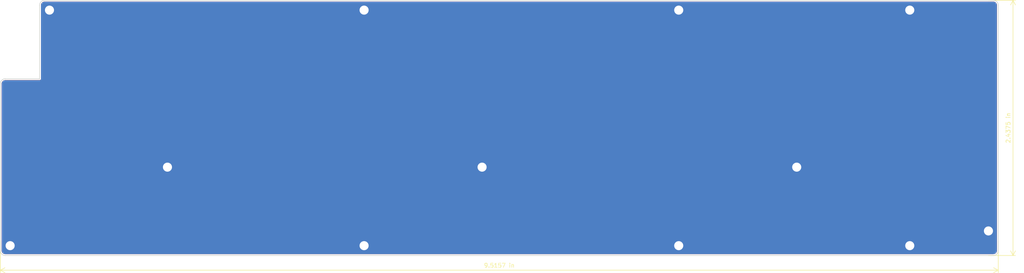
<source format=kicad_pcb>
(kicad_pcb (version 20171130) (host pcbnew "(5.1.2)-1")

  (general
    (thickness 1.6)
    (drawings 13)
    (tracks 0)
    (zones 0)
    (modules 12)
    (nets 2)
  )

  (page A4)
  (layers
    (0 F.Cu signal)
    (31 B.Cu signal)
    (32 B.Adhes user hide)
    (33 F.Adhes user hide)
    (34 B.Paste user hide)
    (35 F.Paste user hide)
    (36 B.SilkS user)
    (37 F.SilkS user)
    (38 B.Mask user)
    (39 F.Mask user)
    (40 Dwgs.User user)
    (41 Cmts.User user hide)
    (42 Eco1.User user)
    (43 Eco2.User user)
    (44 Edge.Cuts user)
    (45 Margin user)
    (46 B.CrtYd user)
    (47 F.CrtYd user)
    (48 B.Fab user hide)
    (49 F.Fab user hide)
  )

  (setup
    (last_trace_width 0.25)
    (trace_clearance 0.2)
    (zone_clearance 0.254)
    (zone_45_only no)
    (trace_min 0.2)
    (via_size 0.8)
    (via_drill 0.4)
    (via_min_size 0.4)
    (via_min_drill 0.3)
    (uvia_size 0.3)
    (uvia_drill 0.1)
    (uvias_allowed no)
    (uvia_min_size 0.2)
    (uvia_min_drill 0.1)
    (edge_width 0.15)
    (segment_width 0.2)
    (pcb_text_width 0.3)
    (pcb_text_size 1.5 1.5)
    (mod_edge_width 0.15)
    (mod_text_size 1 1)
    (mod_text_width 0.15)
    (pad_size 2.4 2.4)
    (pad_drill 2.2)
    (pad_to_mask_clearance 0.051)
    (solder_mask_min_width 0.25)
    (aux_axis_origin 14.68433 13.49361)
    (visible_elements 7FFFFFFF)
    (pcbplotparams
      (layerselection 0x010f0_ffffffff)
      (usegerberextensions true)
      (usegerberattributes false)
      (usegerberadvancedattributes false)
      (creategerberjobfile false)
      (excludeedgelayer true)
      (linewidth 0.100000)
      (plotframeref false)
      (viasonmask false)
      (mode 1)
      (useauxorigin false)
      (hpglpennumber 1)
      (hpglpenspeed 20)
      (hpglpendiameter 15.000000)
      (psnegative false)
      (psa4output false)
      (plotreference true)
      (plotvalue true)
      (plotinvisibletext false)
      (padsonsilk false)
      (subtractmaskfromsilk false)
      (outputformat 1)
      (mirror false)
      (drillshape 0)
      (scaleselection 1)
      (outputdirectory "plots_b"))
  )

  (net 0 "")
  (net 1 GND)

  (net_class Default "これはデフォルトのネット クラスです。"
    (clearance 0.2)
    (trace_width 0.25)
    (via_dia 0.8)
    (via_drill 0.4)
    (uvia_dia 0.3)
    (uvia_drill 0.1)
  )

  (net_class DCDC ""
    (clearance 0.2)
    (trace_width 0.4)
    (via_dia 0.8)
    (via_drill 0.4)
    (uvia_dia 0.3)
    (uvia_drill 0.1)
  )

  (net_class Power ""
    (clearance 0.2)
    (trace_width 0.4)
    (via_dia 0.8)
    (via_drill 0.4)
    (uvia_dia 0.3)
    (uvia_drill 0.1)
    (add_net GND)
  )

  (module cscslib:HOLE_M2 (layer F.Cu) (tedit 5C7B3B5E) (tstamp 5CE4FC37)
    (at 58.34087 57.15024)
    (path /5C42C3A0)
    (fp_text reference H3 (at 0 -2.54) (layer F.SilkS) hide
      (effects (font (size 0.29972 0.29972) (thickness 0.0762)))
    )
    (fp_text value MountingHole (at 0 2.54) (layer F.SilkS) hide
      (effects (font (size 0.29972 0.29972) (thickness 0.0762)))
    )
    (pad "" thru_hole circle (at 0 0) (size 2.4 2.4) (drill 2.2) (layers *.Cu *.Mask)
      (net 1 GND) (clearance 0.8))
  )

  (module cscslib:HOLE_M2 (layer F.Cu) (tedit 5C7B3B5E) (tstamp 5CE4FBF2)
    (at 210.74151 57.15024)
    (path /5C42C296)
    (fp_text reference H2 (at 0 -2.54) (layer F.SilkS) hide
      (effects (font (size 0.29972 0.29972) (thickness 0.0762)))
    )
    (fp_text value MountingHole (at 0 2.54) (layer F.SilkS) hide
      (effects (font (size 0.29972 0.29972) (thickness 0.0762)))
    )
    (pad "" thru_hole circle (at 0 0) (size 2.4 2.4) (drill 2.2) (layers *.Cu *.Mask)
      (net 1 GND) (clearance 0.8))
  )

  (module cscslib:HOLE_M2 (layer F.Cu) (tedit 5C7B3B5E) (tstamp 5CE22BC0)
    (at 134.54119 57.15024)
    (path /5C42C025)
    (fp_text reference H1 (at 0 -2.54) (layer F.SilkS) hide
      (effects (font (size 0.29972 0.29972) (thickness 0.0762)))
    )
    (fp_text value MountingHole (at 0 2.54) (layer F.SilkS) hide
      (effects (font (size 0.29972 0.29972) (thickness 0.0762)))
    )
    (pad "" thru_hole circle (at 0 0) (size 2.4 2.4) (drill 2.2) (layers *.Cu *.Mask)
      (net 1 GND) (clearance 0.8))
  )

  (module cscslib:HOLE_M2 (layer F.Cu) (tedit 5CE62001) (tstamp 5CE523CE)
    (at 257.17608 72.62843 270)
    (path /5C57C1A0)
    (fp_text reference SW32 (at 0 -1.7 270) (layer F.SilkS) hide
      (effects (font (size 1 1) (thickness 0.15)))
    )
    (fp_text value SW_RST (at 0 2 270) (layer F.Fab) hide
      (effects (font (size 1 1) (thickness 0.15)))
    )
    (fp_text user RESET (at 0 0 90) (layer F.SilkS) hide
      (effects (font (size 0.8 0.8) (thickness 0.15)))
    )
    (pad "" thru_hole circle (at 0 0 270) (size 2.4 2.4) (drill 2.2) (layers *.Cu *.Mask)
      (net 1 GND) (clearance 0.8))
  )

  (module cscslib:HOLE_M2 (layer F.Cu) (tedit 5C7B3B5E) (tstamp 5CE61D9C)
    (at 182.16639 76.20032)
    (fp_text reference HOLE_M2 (at 0 -2) (layer Eco2.User) hide
      (effects (font (size 0.29972 0.29972) (thickness 0.07493)))
    )
    (fp_text value VAL** (at 0 1.75) (layer Eco2.User) hide
      (effects (font (size 0.29972 0.29972) (thickness 0.07493)))
    )
    (pad "" thru_hole circle (at 0 0) (size 2.4 2.4) (drill 2.2) (layers *.Cu *.Mask)
      (net 1 GND) (clearance 0.8))
  )

  (module cscslib:HOLE_M2 (layer F.Cu) (tedit 5C7B3B5E) (tstamp 5CE61D94)
    (at 105.96607 76.20032)
    (fp_text reference HOLE_M2 (at 0 -2) (layer Eco2.User) hide
      (effects (font (size 0.29972 0.29972) (thickness 0.07493)))
    )
    (fp_text value VAL** (at 0 1.75) (layer Eco2.User) hide
      (effects (font (size 0.29972 0.29972) (thickness 0.07493)))
    )
    (pad "" thru_hole circle (at 0 0) (size 2.4 2.4) (drill 2.2) (layers *.Cu *.Mask)
      (net 1 GND) (clearance 0.8))
  )

  (module cscslib:HOLE_M2 (layer F.Cu) (tedit 5C7B3B5E) (tstamp 5CE61D8C)
    (at 20.24071 76.20032)
    (fp_text reference HOLE_M2 (at 0 -2) (layer Eco2.User) hide
      (effects (font (size 0.29972 0.29972) (thickness 0.07493)))
    )
    (fp_text value VAL** (at 0 1.75) (layer Eco2.User) hide
      (effects (font (size 0.29972 0.29972) (thickness 0.07493)))
    )
    (pad "" thru_hole circle (at 0 0) (size 2.4 2.4) (drill 2.2) (layers *.Cu *.Mask)
      (net 1 GND) (clearance 0.8))
  )

  (module cscslib:HOLE_M2 (layer F.Cu) (tedit 5C7B3B5E) (tstamp 5CE61D84)
    (at 29.76575 19.05008)
    (fp_text reference HOLE_M2 (at 0 -2) (layer Eco2.User) hide
      (effects (font (size 0.29972 0.29972) (thickness 0.07493)))
    )
    (fp_text value VAL** (at 0 1.75) (layer Eco2.User) hide
      (effects (font (size 0.29972 0.29972) (thickness 0.07493)))
    )
    (pad "" thru_hole circle (at 0 0) (size 2.4 2.4) (drill 2.2) (layers *.Cu *.Mask)
      (net 1 GND) (clearance 0.8))
  )

  (module cscslib:HOLE_M2 (layer F.Cu) (tedit 5C7B3B5E) (tstamp 5CE61D7C)
    (at 105.96607 19.05008)
    (fp_text reference HOLE_M2 (at 0 -2) (layer Eco2.User) hide
      (effects (font (size 0.29972 0.29972) (thickness 0.07493)))
    )
    (fp_text value VAL** (at 0 1.75) (layer Eco2.User) hide
      (effects (font (size 0.29972 0.29972) (thickness 0.07493)))
    )
    (pad "" thru_hole circle (at 0 0) (size 2.4 2.4) (drill 2.2) (layers *.Cu *.Mask)
      (net 1 GND) (clearance 0.8))
  )

  (module cscslib:HOLE_M2 (layer F.Cu) (tedit 5C7B3B5E) (tstamp 5CE61D74)
    (at 182.16639 19.05008)
    (fp_text reference HOLE_M2 (at 0 -2) (layer Eco2.User) hide
      (effects (font (size 0.29972 0.29972) (thickness 0.07493)))
    )
    (fp_text value VAL** (at 0 1.75) (layer Eco2.User) hide
      (effects (font (size 0.29972 0.29972) (thickness 0.07493)))
    )
    (pad "" thru_hole circle (at 0 0) (size 2.4 2.4) (drill 2.2) (layers *.Cu *.Mask)
      (net 1 GND) (clearance 0.8))
  )

  (module cscslib:HOLE_M2 (layer F.Cu) (tedit 5C7B3B5E) (tstamp 5CE61D6C)
    (at 238.126 19.05008)
    (fp_text reference HOLE_M2 (at 0 -2) (layer Eco2.User) hide
      (effects (font (size 0.29972 0.29972) (thickness 0.07493)))
    )
    (fp_text value VAL** (at 0 1.75) (layer Eco2.User) hide
      (effects (font (size 0.29972 0.29972) (thickness 0.07493)))
    )
    (pad "" thru_hole circle (at 0 0) (size 2.4 2.4) (drill 2.2) (layers *.Cu *.Mask)
      (net 1 GND) (clearance 0.8))
  )

  (module cscslib:HOLE_M2 (layer F.Cu) (tedit 5C7B3B5E) (tstamp 5CE61D69)
    (at 238.126 76.20032)
    (fp_text reference HOLE_M2 (at 0 -2) (layer Eco2.User) hide
      (effects (font (size 0.29972 0.29972) (thickness 0.07493)))
    )
    (fp_text value VAL** (at 0 1.75) (layer Eco2.User) hide
      (effects (font (size 0.29972 0.29972) (thickness 0.07493)))
    )
    (pad "" thru_hole circle (at 0 0) (size 2.4 2.4) (drill 2.2) (layers *.Cu *.Mask)
      (net 1 GND) (clearance 0.8))
  )

  (gr_line (start 258.36671 78.58158) (end 19.05008 78.58158) (layer Edge.Cuts) (width 0.15) (tstamp 5CE4DD53))
  (gr_line (start 28.57512 16.66882) (end 258.36671 16.66882) (layer Edge.Cuts) (width 0.15) (tstamp 5CE4DD4C))
  (gr_arc (start 19.05008 77.39095) (end 17.85945 77.39095) (angle -90) (layer Edge.Cuts) (width 0.15))
  (dimension 241.69789 (width 0.15) (layer F.SilkS) (tstamp 5CE3E64A)
    (gr_text "241.698 mm" (at 138.708395 83.45347) (layer F.SilkS) (tstamp 5CE3E64A)
      (effects (font (size 1 1) (thickness 0.15)))
    )
    (feature1 (pts (xy 259.55734 75.00969) (xy 259.55734 82.739891)))
    (feature2 (pts (xy 17.85945 75.00969) (xy 17.85945 82.739891)))
    (crossbar (pts (xy 17.85945 82.15347) (xy 259.55734 82.15347)))
    (arrow1a (pts (xy 259.55734 82.15347) (xy 258.430836 82.739891)))
    (arrow1b (pts (xy 259.55734 82.15347) (xy 258.430836 81.567049)))
    (arrow2a (pts (xy 17.85945 82.15347) (xy 18.985954 82.739891)))
    (arrow2b (pts (xy 17.85945 82.15347) (xy 18.985954 81.567049)))
  )
  (dimension 61.91276 (width 0.15) (layer F.SilkS)
    (gr_text "61.913 mm" (at 264.42923 47.6252 270) (layer F.SilkS)
      (effects (font (size 1 1) (thickness 0.15)))
    )
    (feature1 (pts (xy 257.17608 78.58158) (xy 263.715651 78.58158)))
    (feature2 (pts (xy 257.17608 16.66882) (xy 263.715651 16.66882)))
    (crossbar (pts (xy 263.12923 16.66882) (xy 263.12923 78.58158)))
    (arrow1a (pts (xy 263.12923 78.58158) (xy 262.542809 77.455076)))
    (arrow1b (pts (xy 263.12923 78.58158) (xy 263.715651 77.455076)))
    (arrow2a (pts (xy 263.12923 16.66882) (xy 262.542809 17.795324)))
    (arrow2b (pts (xy 263.12923 16.66882) (xy 263.715651 17.795324)))
  )
  (gr_arc (start 258.36671 17.85945) (end 259.55734 17.85945) (angle -90) (layer Edge.Cuts) (width 0.15) (tstamp 5CE3EEC6))
  (gr_arc (start 258.36671 77.39095) (end 258.36671 78.58158) (angle -90) (layer Edge.Cuts) (width 0.15) (tstamp 5CE3EEC3))
  (gr_arc (start 19.05008 36.90953) (end 19.05008 35.7189) (angle -90) (layer Edge.Cuts) (width 0.15))
  (gr_arc (start 28.57512 17.85945) (end 28.57512 16.66882) (angle -90) (layer Edge.Cuts) (width 0.15))
  (gr_line (start 17.85945 36.90953) (end 17.85945 77.39095) (layer Edge.Cuts) (width 0.15))
  (gr_line (start 27.38449 35.7189) (end 19.05008 35.7189) (layer Edge.Cuts) (width 0.15))
  (gr_line (start 27.38449 17.85945) (end 27.38449 35.7189) (layer Edge.Cuts) (width 0.15))
  (gr_line (start 259.55734 17.85945) (end 259.55734 77.39095) (layer Edge.Cuts) (width 0.15) (tstamp 5CE3EEC0))

  (zone (net 1) (net_name GND) (layer B.Cu) (tstamp 5CE7564C) (hatch edge 0.508)
    (connect_pads yes (clearance 0.254))
    (min_thickness 0.254)
    (fill yes (arc_segments 32) (thermal_gap 0.508) (thermal_bridge_width 0.508))
    (polygon
      (pts
        (xy 259.55734 78.58158) (xy 259.55734 16.66882) (xy 27.38449 16.66882) (xy 27.38449 35.7189) (xy 17.85945 35.7189)
        (xy 17.85945 78.58158)
      )
    )
    (filled_polygon
      (pts
        (xy 258.508979 17.140956) (xy 258.645823 17.182272) (xy 258.772038 17.249382) (xy 258.882815 17.33973) (xy 258.973931 17.44987)
        (xy 259.041923 17.575618) (xy 259.084194 17.712173) (xy 259.10134 17.875312) (xy 259.101341 77.368636) (xy 259.085204 77.533218)
        (xy 259.043889 77.67006) (xy 258.976779 77.796277) (xy 258.88643 77.907055) (xy 258.77629 77.998171) (xy 258.650542 78.066163)
        (xy 258.513987 78.108434) (xy 258.350849 78.12558) (xy 19.072384 78.12558) (xy 18.907812 78.109444) (xy 18.77097 78.068129)
        (xy 18.644753 78.001019) (xy 18.533975 77.91067) (xy 18.442859 77.80053) (xy 18.374867 77.674782) (xy 18.332596 77.538227)
        (xy 18.31545 77.375089) (xy 18.31545 36.931834) (xy 18.331586 36.767261) (xy 18.372902 36.630417) (xy 18.440012 36.504202)
        (xy 18.53036 36.393425) (xy 18.6405 36.302309) (xy 18.766248 36.234317) (xy 18.902803 36.192046) (xy 19.065942 36.1749)
        (xy 27.362091 36.1749) (xy 27.38449 36.177106) (xy 27.473882 36.168302) (xy 27.559838 36.142227) (xy 27.639056 36.099884)
        (xy 27.708491 36.042901) (xy 27.765474 35.973466) (xy 27.807817 35.894248) (xy 27.833892 35.808292) (xy 27.84049 35.741299)
        (xy 27.842696 35.7189) (xy 27.84049 35.696501) (xy 27.84049 17.881754) (xy 27.856626 17.717181) (xy 27.897942 17.580337)
        (xy 27.965052 17.454122) (xy 28.0554 17.343345) (xy 28.16554 17.252229) (xy 28.291288 17.184237) (xy 28.427843 17.141966)
        (xy 28.590982 17.12482) (xy 258.344406 17.12482)
      )
    )
  )
  (zone (net 1) (net_name GND) (layer F.Cu) (tstamp 5CE75649) (hatch edge 0.508)
    (connect_pads yes (clearance 0.254))
    (min_thickness 0.254)
    (fill yes (arc_segments 32) (thermal_gap 0.508) (thermal_bridge_width 0.508))
    (polygon
      (pts
        (xy 259.55734 78.58158) (xy 259.55734 16.66882) (xy 27.38449 16.66882) (xy 27.38449 35.7189) (xy 17.85945 35.7189)
        (xy 17.85945 78.58158)
      )
    )
    (filled_polygon
      (pts
        (xy 258.508979 17.140956) (xy 258.645823 17.182272) (xy 258.772038 17.249382) (xy 258.882815 17.33973) (xy 258.973931 17.44987)
        (xy 259.041923 17.575618) (xy 259.084194 17.712173) (xy 259.10134 17.875312) (xy 259.101341 77.368636) (xy 259.085204 77.533218)
        (xy 259.043889 77.67006) (xy 258.976779 77.796277) (xy 258.88643 77.907055) (xy 258.77629 77.998171) (xy 258.650542 78.066163)
        (xy 258.513987 78.108434) (xy 258.350849 78.12558) (xy 19.072384 78.12558) (xy 18.907812 78.109444) (xy 18.77097 78.068129)
        (xy 18.644753 78.001019) (xy 18.533975 77.91067) (xy 18.442859 77.80053) (xy 18.374867 77.674782) (xy 18.332596 77.538227)
        (xy 18.31545 77.375089) (xy 18.31545 36.931834) (xy 18.331586 36.767261) (xy 18.372902 36.630417) (xy 18.440012 36.504202)
        (xy 18.53036 36.393425) (xy 18.6405 36.302309) (xy 18.766248 36.234317) (xy 18.902803 36.192046) (xy 19.065942 36.1749)
        (xy 27.362091 36.1749) (xy 27.38449 36.177106) (xy 27.473882 36.168302) (xy 27.559838 36.142227) (xy 27.639056 36.099884)
        (xy 27.708491 36.042901) (xy 27.765474 35.973466) (xy 27.807817 35.894248) (xy 27.833892 35.808292) (xy 27.84049 35.741299)
        (xy 27.842696 35.7189) (xy 27.84049 35.696501) (xy 27.84049 17.881754) (xy 27.856626 17.717181) (xy 27.897942 17.580337)
        (xy 27.965052 17.454122) (xy 28.0554 17.343345) (xy 28.16554 17.252229) (xy 28.291288 17.184237) (xy 28.427843 17.141966)
        (xy 28.590982 17.12482) (xy 258.344406 17.12482)
      )
    )
  )
)

</source>
